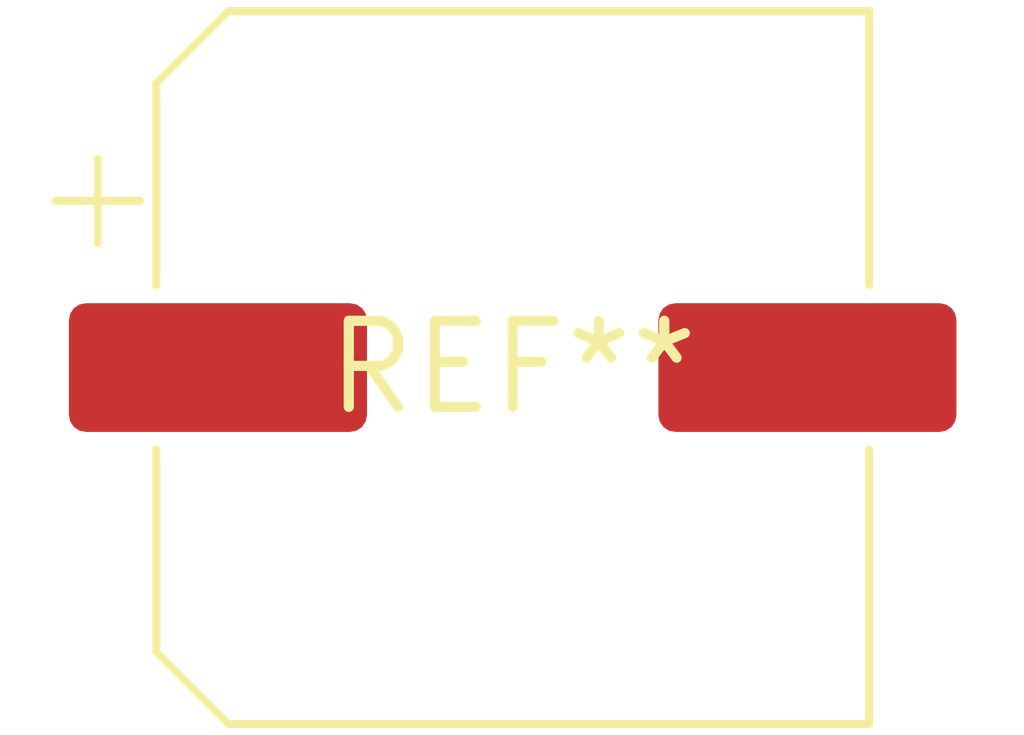
<source format=kicad_pcb>
(kicad_pcb (version 20240108) (generator pcbnew)
  (layers (0 "F.Cu" signal) (31 "B.Cu" signal) (34 "B.Paste" user) (35 "F.Paste" user) (36 "B.SilkS" user "B.Silkscreen") (37 "F.SilkS" user "F.Silkscreen") (38 "B.Mask" user) (39 "F.Mask" user) (44 "Edge.Cuts" user))
  (net 0 "")
  (footprint "CP_Elec_10x7.7" (layer "F.Cu") (at 0 0)
    (property "Reference" "REF**")
    (property "Value" "CP_Elec_10x7.7")
    (fp_line (start -6.75 -2.46) (end -5.5 -2.46) (layer "F.SilkS") (stroke (width 0.12)))
    (fp_line (start -6.125 -3.085) (end -6.125 -1.835) (layer "F.SilkS") (stroke (width 0.12)))
    (fp_line (start -5.26 -4.195563) (end -5.26 -1.21) (layer "F.SilkS") (stroke (width 0.12)))
    (fp_line (start -5.26 -4.195563) (end -4.195563 -5.26) (layer "F.SilkS") (stroke (width 0.12)))
    (fp_line (start -5.26 4.195563) (end -5.26 1.21) (layer "F.SilkS") (stroke (width 0.12)))
    (fp_line (start -5.26 4.195563) (end -4.195563 5.26) (layer "F.SilkS") (stroke (width 0.12)))
    (fp_line (start -4.195563 -5.26) (end 5.26 -5.26) (layer "F.SilkS") (stroke (width 0.12)))
    (fp_line (start -4.195563 5.26) (end 5.26 5.26) (layer "F.SilkS") (stroke (width 0.12)))
    (fp_line (start 5.26 -5.26) (end 5.26 -1.21) (layer "F.SilkS") (stroke (width 0.12)))
    (fp_line (start 5.26 5.26) (end 5.26 1.21) (layer "F.SilkS") (stroke (width 0.12)))
    (pad "1" smd roundrect (at -4.35 0) (size 4.4 1.9) (layers "F.Cu" "F.Paste" "F.Mask") (roundrect_rratio 0.131579))
    (pad "2" smd roundrect (at 4.35 0) (size 4.4 1.9) (layers "F.Cu" "F.Paste" "F.Mask") (roundrect_rratio 0.131579))
  )
)
</source>
